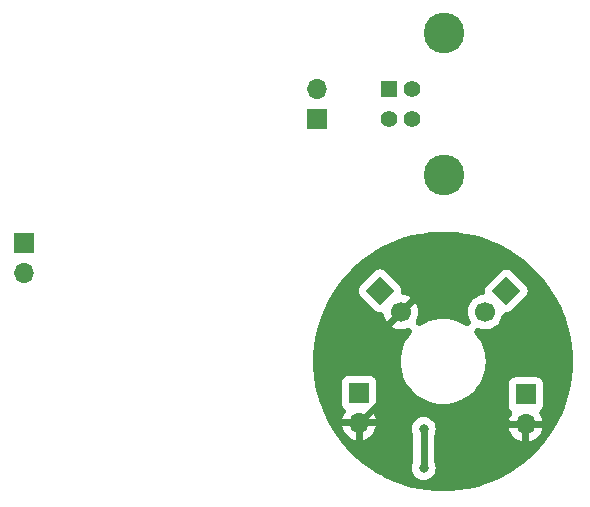
<source format=gbl>
%TF.GenerationSoftware,KiCad,Pcbnew,7.0.5*%
%TF.CreationDate,2024-02-12T20:36:51+02:00*%
%TF.ProjectId,Desk Lamp,4465736b-204c-4616-9d70-2e6b69636164,rev?*%
%TF.SameCoordinates,Original*%
%TF.FileFunction,Copper,L2,Bot*%
%TF.FilePolarity,Positive*%
%FSLAX46Y46*%
G04 Gerber Fmt 4.6, Leading zero omitted, Abs format (unit mm)*
G04 Created by KiCad (PCBNEW 7.0.5) date 2024-02-12 20:36:51*
%MOMM*%
%LPD*%
G01*
G04 APERTURE LIST*
G04 Aperture macros list*
%AMHorizOval*
0 Thick line with rounded ends*
0 $1 width*
0 $2 $3 position (X,Y) of the first rounded end (center of the circle)*
0 $4 $5 position (X,Y) of the second rounded end (center of the circle)*
0 Add line between two ends*
20,1,$1,$2,$3,$4,$5,0*
0 Add two circle primitives to create the rounded ends*
1,1,$1,$2,$3*
1,1,$1,$4,$5*%
%AMRotRect*
0 Rectangle, with rotation*
0 The origin of the aperture is its center*
0 $1 length*
0 $2 width*
0 $3 Rotation angle, in degrees counterclockwise*
0 Add horizontal line*
21,1,$1,$2,0,0,$3*%
G04 Aperture macros list end*
%TA.AperFunction,ComponentPad*%
%ADD10R,1.700000X1.700000*%
%TD*%
%TA.AperFunction,ComponentPad*%
%ADD11O,1.700000X1.700000*%
%TD*%
%TA.AperFunction,ComponentPad*%
%ADD12RotRect,1.700000X1.700000X45.000000*%
%TD*%
%TA.AperFunction,ComponentPad*%
%ADD13HorizOval,1.700000X0.000000X0.000000X0.000000X0.000000X0*%
%TD*%
%TA.AperFunction,ComponentPad*%
%ADD14RotRect,1.700000X1.700000X315.000000*%
%TD*%
%TA.AperFunction,ComponentPad*%
%ADD15HorizOval,1.700000X0.000000X0.000000X0.000000X0.000000X0*%
%TD*%
%TA.AperFunction,ComponentPad*%
%ADD16R,1.400000X1.400000*%
%TD*%
%TA.AperFunction,ComponentPad*%
%ADD17C,1.400000*%
%TD*%
%TA.AperFunction,ComponentPad*%
%ADD18C,3.450000*%
%TD*%
%TA.AperFunction,ViaPad*%
%ADD19C,0.800000*%
%TD*%
%TA.AperFunction,Conductor*%
%ADD20C,0.600000*%
%TD*%
G04 APERTURE END LIST*
D10*
%TO.P,J_{Battery+}1,1,Pin_1*%
%TO.N,/3.7V*%
X129336973Y-114853000D03*
D11*
%TO.P,J_{Battery+}1,2,Pin_2*%
%TO.N,/GND*%
X129336973Y-117393000D03*
%TD*%
D10*
%TO.P,J_{VUSB+}1,1,Pin_1*%
%TO.N,/5V*%
X115241973Y-114721000D03*
D11*
%TO.P,J_{VUSB+}1,2,Pin_2*%
%TO.N,/GND*%
X115241973Y-117261000D03*
%TD*%
D12*
%TO.P,J_{VOUT}1,1,Pin_1*%
%TO.N,Net-(J_{Switch}1-Pin_1)*%
X117005412Y-106077439D03*
D13*
%TO.P,J_{VOUT}1,2,Pin_2*%
%TO.N,/GND*%
X118801463Y-107873490D03*
%TD*%
D14*
%TO.P,J_{Switch}1,1,Pin_1*%
%TO.N,Net-(J_{Switch}1-Pin_1)*%
X127698535Y-106077439D03*
D15*
%TO.P,J_{Switch}1,2,Pin_2*%
%TO.N,/3.7V*%
X125902484Y-107873490D03*
%TD*%
D16*
%TO.P,J2,1,VBUS*%
%TO.N,Net-(J2-VBUS)*%
X117728000Y-88996000D03*
D17*
%TO.P,J2,2,D-*%
%TO.N,unconnected-(J2-D--Pad2)*%
X117728000Y-91496000D03*
%TO.P,J2,3,D+*%
%TO.N,unconnected-(J2-D+-Pad3)*%
X119728000Y-91496000D03*
%TO.P,J2,4,GND*%
%TO.N,Net-(J2-GND)*%
X119728000Y-88996000D03*
D18*
%TO.P,J2,MH1,MH1*%
%TO.N,unconnected-(J2-PadMH1)*%
X122428000Y-84226000D03*
%TO.P,J2,MH2,MH2*%
%TO.N,unconnected-(J2-PadMH2)*%
X122428000Y-96266000D03*
%TD*%
D10*
%TO.P,J_{VIN}1,1,Pin_1*%
%TO.N,Net-(IC1-15VIn)*%
X86873523Y-101997424D03*
D11*
%TO.P,J_{VIN}1,2,Pin_2*%
%TO.N,Net-(IC1-GND)*%
X86873523Y-104537424D03*
%TD*%
D10*
%TO.P,J5,1,Pin_1*%
%TO.N,Net-(J2-VBUS)*%
X111710576Y-91521523D03*
D11*
%TO.P,J5,2,Pin_2*%
%TO.N,Net-(J2-GND)*%
X111710576Y-88981523D03*
%TD*%
D19*
%TO.N,/GND*%
X117268959Y-115234000D03*
X125782977Y-115234004D03*
%TO.N,/5V*%
X120700973Y-121076000D03*
X120700973Y-117774000D03*
%TD*%
D20*
%TO.N,/GND*%
X115241973Y-117261000D02*
X117268959Y-115234014D01*
X127936973Y-117388000D02*
X125782977Y-115234004D01*
X129338973Y-117388000D02*
X127936973Y-117388000D01*
X117268959Y-115234014D02*
X117268959Y-115234000D01*
%TO.N,/5V*%
X120700973Y-121076000D02*
X120700973Y-117774000D01*
%TD*%
%TA.AperFunction,Conductor*%
%TO.N,/GND*%
G36*
X122771793Y-101072185D02*
G01*
X123011597Y-101079432D01*
X123020592Y-101079975D01*
X123581730Y-101130967D01*
X123673314Y-101139290D01*
X123682262Y-101140375D01*
X124330234Y-101238995D01*
X124339085Y-101240616D01*
X124920171Y-101365353D01*
X124979900Y-101378175D01*
X124988662Y-101380333D01*
X125620014Y-101556337D01*
X125628621Y-101559019D01*
X126248186Y-101772818D01*
X126256613Y-101776013D01*
X126862156Y-102026838D01*
X126870345Y-102030523D01*
X127459645Y-102317453D01*
X127467621Y-102321640D01*
X127670758Y-102436210D01*
X128038505Y-102643620D01*
X128046214Y-102648280D01*
X128596622Y-103004146D01*
X128604041Y-103009267D01*
X129131931Y-103397696D01*
X129139041Y-103403266D01*
X129642521Y-103822864D01*
X129649282Y-103828854D01*
X130126503Y-104278082D01*
X130132890Y-104284469D01*
X130582118Y-104761690D01*
X130588108Y-104768451D01*
X131007706Y-105271931D01*
X131013276Y-105279041D01*
X131401705Y-105806931D01*
X131406831Y-105814357D01*
X131678281Y-106234202D01*
X131762686Y-106364749D01*
X131767359Y-106372479D01*
X132089332Y-106943351D01*
X132093525Y-106951340D01*
X132380442Y-107540612D01*
X132384141Y-107548831D01*
X132617848Y-108113051D01*
X132634951Y-108154340D01*
X132638154Y-108162786D01*
X132851953Y-108782351D01*
X132854640Y-108790974D01*
X133030636Y-109422301D01*
X133032797Y-109431072D01*
X133170350Y-110071859D01*
X133171978Y-110080744D01*
X133270594Y-110728691D01*
X133271682Y-110737658D01*
X133330995Y-111390358D01*
X133331540Y-111399375D01*
X133351336Y-112054484D01*
X133351336Y-112063516D01*
X133331540Y-112718624D01*
X133330995Y-112727641D01*
X133271682Y-113380341D01*
X133270594Y-113389308D01*
X133171978Y-114037255D01*
X133170350Y-114046140D01*
X133032797Y-114686927D01*
X133030636Y-114695698D01*
X132854640Y-115327025D01*
X132851953Y-115335648D01*
X132638154Y-115955213D01*
X132634951Y-115963659D01*
X132384141Y-116569168D01*
X132380436Y-116577399D01*
X132254500Y-116836048D01*
X132093530Y-117166650D01*
X132089332Y-117174648D01*
X131767359Y-117745520D01*
X131762686Y-117753250D01*
X131406836Y-118303635D01*
X131401705Y-118311068D01*
X131013276Y-118838958D01*
X131007706Y-118846068D01*
X130588108Y-119349548D01*
X130582118Y-119356309D01*
X130132890Y-119833530D01*
X130126503Y-119839917D01*
X129649282Y-120289145D01*
X129642521Y-120295135D01*
X129139041Y-120714733D01*
X129131931Y-120720303D01*
X128604041Y-121108732D01*
X128596608Y-121113863D01*
X128046223Y-121469713D01*
X128038493Y-121474386D01*
X127467621Y-121796359D01*
X127459623Y-121800557D01*
X126922619Y-122062025D01*
X126870378Y-122087461D01*
X126862141Y-122091168D01*
X126256632Y-122341978D01*
X126248186Y-122345181D01*
X125628621Y-122558980D01*
X125619998Y-122561667D01*
X124988671Y-122737663D01*
X124979900Y-122739824D01*
X124339113Y-122877377D01*
X124330228Y-122879005D01*
X123682281Y-122977621D01*
X123673314Y-122978709D01*
X123020614Y-123038022D01*
X123011597Y-123038567D01*
X122356490Y-123058363D01*
X122347457Y-123058363D01*
X121692348Y-123038567D01*
X121683331Y-123038022D01*
X121030631Y-122978709D01*
X121021664Y-122977621D01*
X120373717Y-122879005D01*
X120364832Y-122877377D01*
X119724045Y-122739824D01*
X119715274Y-122737663D01*
X119083947Y-122561667D01*
X119075324Y-122558980D01*
X118455759Y-122345181D01*
X118447313Y-122341978D01*
X117841804Y-122091168D01*
X117833585Y-122087469D01*
X117244313Y-121800552D01*
X117236324Y-121796359D01*
X116665452Y-121474386D01*
X116657722Y-121469713D01*
X116352116Y-121272124D01*
X116107330Y-121113858D01*
X116099904Y-121108732D01*
X116055425Y-121076004D01*
X119695632Y-121076004D01*
X119714947Y-121272124D01*
X119714948Y-121272130D01*
X119772158Y-121460724D01*
X119772161Y-121460733D01*
X119865059Y-121634532D01*
X119865061Y-121634534D01*
X119865063Y-121634538D01*
X119990090Y-121786883D01*
X120142435Y-121911910D01*
X120142438Y-121911912D01*
X120142440Y-121911913D01*
X120316239Y-122004811D01*
X120316242Y-122004812D01*
X120316246Y-122004814D01*
X120504841Y-122062024D01*
X120504843Y-122062024D01*
X120504848Y-122062025D01*
X120700969Y-122081341D01*
X120700973Y-122081341D01*
X120700977Y-122081341D01*
X120897097Y-122062025D01*
X120897100Y-122062024D01*
X120897105Y-122062024D01*
X121085700Y-122004814D01*
X121259511Y-121911910D01*
X121411856Y-121786883D01*
X121536883Y-121634538D01*
X121583334Y-121547632D01*
X121629784Y-121460733D01*
X121629784Y-121460731D01*
X121629787Y-121460727D01*
X121686997Y-121272132D01*
X121686998Y-121272124D01*
X121706314Y-121076004D01*
X121706314Y-121075995D01*
X121686998Y-120879875D01*
X121686997Y-120879869D01*
X121638593Y-120720303D01*
X121629787Y-120691273D01*
X121629786Y-120691271D01*
X121624231Y-120677859D01*
X121601553Y-120570343D01*
X121601473Y-120563441D01*
X121601473Y-118286556D01*
X121621664Y-118178545D01*
X121624236Y-118172127D01*
X121629780Y-118158738D01*
X121629787Y-118158727D01*
X121686997Y-117970132D01*
X121696103Y-117877680D01*
X121706314Y-117774004D01*
X121706314Y-117773995D01*
X121686998Y-117577875D01*
X121686997Y-117577869D01*
X121652725Y-117464889D01*
X121629787Y-117389273D01*
X121629785Y-117389269D01*
X121629784Y-117389266D01*
X121536886Y-117215467D01*
X121536885Y-117215465D01*
X121536883Y-117215462D01*
X121411856Y-117063117D01*
X121259511Y-116938090D01*
X121259507Y-116938088D01*
X121259505Y-116938086D01*
X121085706Y-116845188D01*
X121085697Y-116845185D01*
X120897103Y-116787975D01*
X120897097Y-116787974D01*
X120700977Y-116768659D01*
X120700969Y-116768659D01*
X120504848Y-116787974D01*
X120504842Y-116787975D01*
X120316248Y-116845185D01*
X120316239Y-116845188D01*
X120142440Y-116938086D01*
X120142435Y-116938090D01*
X119990090Y-117063117D01*
X119865063Y-117215462D01*
X119865059Y-117215467D01*
X119772161Y-117389266D01*
X119772158Y-117389275D01*
X119714948Y-117577869D01*
X119714947Y-117577875D01*
X119695632Y-117773995D01*
X119695632Y-117774004D01*
X119714947Y-117970124D01*
X119714948Y-117970130D01*
X119772160Y-118158731D01*
X119777714Y-118172139D01*
X119800392Y-118279656D01*
X119800472Y-118286556D01*
X119800472Y-120563444D01*
X119780281Y-120671455D01*
X119777714Y-120677861D01*
X119772160Y-120691268D01*
X119714948Y-120879869D01*
X119714947Y-120879875D01*
X119695632Y-121075995D01*
X119695632Y-121076004D01*
X116055425Y-121076004D01*
X115572014Y-120720303D01*
X115564904Y-120714733D01*
X115061424Y-120295135D01*
X115054663Y-120289145D01*
X114577442Y-119839917D01*
X114571055Y-119833530D01*
X114121827Y-119356309D01*
X114115837Y-119349548D01*
X113696239Y-118846068D01*
X113690669Y-118838958D01*
X113509999Y-118593421D01*
X113302234Y-118311060D01*
X113297119Y-118303649D01*
X112941253Y-117753241D01*
X112936593Y-117745532D01*
X112622770Y-117189111D01*
X112614613Y-117174648D01*
X112610426Y-117166672D01*
X112323496Y-116577372D01*
X112319811Y-116569183D01*
X112068986Y-115963640D01*
X112065791Y-115955213D01*
X111946788Y-115610357D01*
X113791473Y-115610357D01*
X113806928Y-115727761D01*
X113831991Y-115788268D01*
X113867437Y-115873841D01*
X113867439Y-115873844D01*
X113867441Y-115873847D01*
X113963689Y-115999280D01*
X113963691Y-115999282D01*
X113972239Y-116005841D01*
X113990637Y-116019958D01*
X114064036Y-116101730D01*
X114102940Y-116204494D01*
X114102094Y-116314373D01*
X114061612Y-116416527D01*
X114058930Y-116420709D01*
X113962368Y-116568507D01*
X113865837Y-116788572D01*
X113822174Y-116960999D01*
X113822175Y-116961000D01*
X114840419Y-116961000D01*
X114782480Y-117051156D01*
X114741973Y-117189111D01*
X114741973Y-117332889D01*
X114782480Y-117470844D01*
X114840419Y-117561000D01*
X113822174Y-117561000D01*
X113865837Y-117733427D01*
X113962368Y-117953492D01*
X114093797Y-118154659D01*
X114256546Y-118331452D01*
X114256549Y-118331455D01*
X114446180Y-118479051D01*
X114657517Y-118593421D01*
X114884799Y-118671446D01*
X114884797Y-118671446D01*
X114941973Y-118680986D01*
X114941973Y-117662643D01*
X114968873Y-117685952D01*
X115099658Y-117745680D01*
X115206210Y-117761000D01*
X115277736Y-117761000D01*
X115384288Y-117745680D01*
X115515073Y-117685952D01*
X115541973Y-117662643D01*
X115541973Y-118680986D01*
X115599147Y-118671446D01*
X115826428Y-118593421D01*
X116037765Y-118479051D01*
X116227396Y-118331455D01*
X116227399Y-118331452D01*
X116390148Y-118154659D01*
X116521577Y-117953492D01*
X116618108Y-117733427D01*
X116661772Y-117561000D01*
X115643527Y-117561000D01*
X115701466Y-117470844D01*
X115741973Y-117332889D01*
X115741973Y-117189111D01*
X115701466Y-117051156D01*
X115643527Y-116961000D01*
X116661771Y-116961000D01*
X116661771Y-116960999D01*
X116618108Y-116788572D01*
X116521576Y-116568505D01*
X116425016Y-116420710D01*
X116382842Y-116319243D01*
X116380170Y-116209394D01*
X116417360Y-116105996D01*
X116489391Y-116023016D01*
X116493250Y-116020003D01*
X116520255Y-115999282D01*
X116616509Y-115873841D01*
X116670972Y-115742357D01*
X127886473Y-115742357D01*
X127901928Y-115859761D01*
X127907763Y-115873847D01*
X127962437Y-116005841D01*
X127962439Y-116005844D01*
X127962441Y-116005847D01*
X128031262Y-116095536D01*
X128058691Y-116131282D01*
X128085634Y-116151956D01*
X128085637Y-116151958D01*
X128159036Y-116233730D01*
X128197940Y-116336494D01*
X128197094Y-116446373D01*
X128156612Y-116548527D01*
X128153930Y-116552709D01*
X128057368Y-116700507D01*
X127960837Y-116920572D01*
X127917174Y-117092999D01*
X127917175Y-117093000D01*
X128935419Y-117093000D01*
X128877480Y-117183156D01*
X128836973Y-117321111D01*
X128836973Y-117464889D01*
X128877480Y-117602844D01*
X128935419Y-117693000D01*
X127917174Y-117693000D01*
X127960837Y-117865427D01*
X128057368Y-118085492D01*
X128188797Y-118286659D01*
X128351546Y-118463452D01*
X128351549Y-118463455D01*
X128541180Y-118611051D01*
X128752517Y-118725421D01*
X128979799Y-118803446D01*
X128979797Y-118803446D01*
X129036973Y-118812986D01*
X129036973Y-117794643D01*
X129063873Y-117817952D01*
X129194658Y-117877680D01*
X129301210Y-117893000D01*
X129372736Y-117893000D01*
X129479288Y-117877680D01*
X129610073Y-117817952D01*
X129636972Y-117794643D01*
X129636972Y-118812986D01*
X129694147Y-118803446D01*
X129921428Y-118725421D01*
X130132765Y-118611051D01*
X130322396Y-118463455D01*
X130322399Y-118463452D01*
X130485148Y-118286659D01*
X130616577Y-118085492D01*
X130713108Y-117865427D01*
X130756772Y-117693000D01*
X129738527Y-117693000D01*
X129796466Y-117602844D01*
X129836973Y-117464889D01*
X129836973Y-117321111D01*
X129796466Y-117183156D01*
X129738527Y-117093000D01*
X130756771Y-117093000D01*
X130756771Y-117092999D01*
X130713108Y-116920572D01*
X130616576Y-116700505D01*
X130520016Y-116552710D01*
X130477842Y-116451243D01*
X130475170Y-116341394D01*
X130512360Y-116237996D01*
X130584391Y-116155016D01*
X130588250Y-116152003D01*
X130615255Y-116131282D01*
X130711509Y-116005841D01*
X130772017Y-115859762D01*
X130787473Y-115742361D01*
X130787472Y-113963640D01*
X130772017Y-113846238D01*
X130711509Y-113700159D01*
X130615255Y-113574718D01*
X130615253Y-113574716D01*
X130489820Y-113478468D01*
X130489809Y-113478461D01*
X130343739Y-113417957D01*
X130343736Y-113417956D01*
X130226336Y-113402500D01*
X128447615Y-113402500D01*
X128330211Y-113417955D01*
X128226918Y-113460741D01*
X128184132Y-113478464D01*
X128184130Y-113478465D01*
X128184125Y-113478468D01*
X128058692Y-113574716D01*
X128058689Y-113574719D01*
X127962441Y-113700152D01*
X127962434Y-113700163D01*
X127901930Y-113846233D01*
X127901929Y-113846236D01*
X127886473Y-113963636D01*
X127886473Y-115742357D01*
X116670972Y-115742357D01*
X116677017Y-115727762D01*
X116692473Y-115610361D01*
X116692472Y-113831640D01*
X116677017Y-113714238D01*
X116616509Y-113568159D01*
X116547681Y-113478461D01*
X116520256Y-113442719D01*
X116520253Y-113442716D01*
X116394820Y-113346468D01*
X116394809Y-113346461D01*
X116248739Y-113285957D01*
X116248736Y-113285956D01*
X116131336Y-113270500D01*
X114352615Y-113270500D01*
X114235211Y-113285955D01*
X114131918Y-113328741D01*
X114089132Y-113346464D01*
X114089130Y-113346465D01*
X114089125Y-113346468D01*
X113963692Y-113442716D01*
X113963689Y-113442719D01*
X113867441Y-113568152D01*
X113867434Y-113568163D01*
X113806930Y-113714233D01*
X113806929Y-113714236D01*
X113791473Y-113831636D01*
X113791473Y-115610357D01*
X111946788Y-115610357D01*
X111851992Y-115335648D01*
X111849310Y-115327041D01*
X111673306Y-114695689D01*
X111671148Y-114686927D01*
X111622990Y-114462582D01*
X111533589Y-114046112D01*
X111531967Y-114037255D01*
X111433348Y-113389289D01*
X111432263Y-113380341D01*
X111413060Y-113169021D01*
X111372948Y-112727619D01*
X111372405Y-112718624D01*
X111352609Y-112063516D01*
X111352609Y-112054484D01*
X111372405Y-111399375D01*
X111372948Y-111390382D01*
X111432262Y-110737658D01*
X111433348Y-110728714D01*
X111531969Y-110080732D01*
X111533588Y-110071893D01*
X111671148Y-109431068D01*
X111673304Y-109422317D01*
X111849312Y-108790948D01*
X111851992Y-108782351D01*
X111853683Y-108777453D01*
X112065794Y-108162777D01*
X112068982Y-108154370D01*
X112319816Y-107548803D01*
X112323490Y-107540639D01*
X112610433Y-106951313D01*
X112614613Y-106943351D01*
X112936602Y-106372452D01*
X112941244Y-106364772D01*
X113127019Y-106077439D01*
X115197648Y-106077439D01*
X115218286Y-106234200D01*
X115218287Y-106234202D01*
X115273932Y-106368543D01*
X115278795Y-106380282D01*
X115350876Y-106474220D01*
X115350879Y-106474223D01*
X115350880Y-106474224D01*
X116608627Y-107731969D01*
X116702571Y-107804057D01*
X116848650Y-107864564D01*
X117005412Y-107885203D01*
X117035268Y-107881272D01*
X117144987Y-107887191D01*
X117245163Y-107932346D01*
X117322261Y-108010640D01*
X117364146Y-108104314D01*
X117425329Y-108345921D01*
X117521852Y-108565971D01*
X117521857Y-108565981D01*
X117586208Y-108664479D01*
X117586209Y-108664479D01*
X118302336Y-107948352D01*
X118341970Y-108083334D01*
X118419702Y-108204288D01*
X118528363Y-108298442D01*
X118659148Y-108358170D01*
X118730751Y-108368465D01*
X118006971Y-109092245D01*
X118217003Y-109205909D01*
X118444288Y-109283936D01*
X118681317Y-109323490D01*
X118921609Y-109323490D01*
X119158642Y-109283935D01*
X119316348Y-109229795D01*
X119425062Y-109213820D01*
X119532207Y-109238197D01*
X119623310Y-109299632D01*
X119686068Y-109389829D01*
X119712005Y-109496606D01*
X119697619Y-109605543D01*
X119645800Y-109700761D01*
X119445900Y-109947616D01*
X119241116Y-110262956D01*
X119070426Y-110597955D01*
X118935681Y-110948980D01*
X118838366Y-111312162D01*
X118779550Y-111683515D01*
X118779549Y-111683522D01*
X118759871Y-112058995D01*
X118759871Y-112059004D01*
X118779549Y-112434477D01*
X118779550Y-112434484D01*
X118838366Y-112805837D01*
X118838367Y-112805840D01*
X118935681Y-113169021D01*
X118980569Y-113285957D01*
X119070426Y-113520044D01*
X119241116Y-113855043D01*
X119241120Y-113855049D01*
X119241121Y-113855051D01*
X119365215Y-114046140D01*
X119445900Y-114170383D01*
X119445909Y-114170395D01*
X119682518Y-114462582D01*
X119682521Y-114462585D01*
X119948388Y-114728452D01*
X120240588Y-114965072D01*
X120555922Y-115169852D01*
X120555925Y-115169853D01*
X120555929Y-115169856D01*
X120890928Y-115340546D01*
X120890932Y-115340547D01*
X120890933Y-115340548D01*
X121241952Y-115475292D01*
X121605133Y-115572606D01*
X121976496Y-115631424D01*
X122283951Y-115647537D01*
X122351969Y-115651102D01*
X122351973Y-115651102D01*
X122351977Y-115651102D01*
X122417047Y-115647691D01*
X122727450Y-115631424D01*
X123098813Y-115572606D01*
X123461994Y-115475292D01*
X123813013Y-115340548D01*
X123830997Y-115331385D01*
X124148016Y-115169856D01*
X124148015Y-115169856D01*
X124148024Y-115169852D01*
X124463358Y-114965072D01*
X124755558Y-114728452D01*
X125021425Y-114462585D01*
X125258045Y-114170385D01*
X125462825Y-113855051D01*
X125633521Y-113520040D01*
X125768265Y-113169021D01*
X125865579Y-112805840D01*
X125924397Y-112434477D01*
X125940664Y-112124074D01*
X125944075Y-112059004D01*
X125944075Y-112058995D01*
X125939811Y-111977657D01*
X125924397Y-111683523D01*
X125865579Y-111312160D01*
X125768265Y-110948979D01*
X125633521Y-110597960D01*
X125633520Y-110597959D01*
X125633519Y-110597955D01*
X125462829Y-110262956D01*
X125462826Y-110262952D01*
X125462825Y-110262949D01*
X125258045Y-109947615D01*
X125231340Y-109914637D01*
X125058739Y-109701493D01*
X125006456Y-109604846D01*
X124992617Y-109495839D01*
X125019090Y-109389194D01*
X125082300Y-109299313D01*
X125173711Y-109238336D01*
X125280976Y-109214498D01*
X125388188Y-109230526D01*
X125545187Y-109284424D01*
X125636323Y-109299632D01*
X125782289Y-109323990D01*
X126022676Y-109323990D01*
X126022679Y-109323990D01*
X126200504Y-109294315D01*
X126259781Y-109284424D01*
X126487140Y-109206372D01*
X126698551Y-109091962D01*
X126888248Y-108944315D01*
X127051055Y-108767459D01*
X127182533Y-108566218D01*
X127279094Y-108346081D01*
X127338104Y-108113053D01*
X127338104Y-108113051D01*
X127340300Y-108104381D01*
X127386388Y-108004631D01*
X127465397Y-107928266D01*
X127566658Y-107885599D01*
X127669178Y-107881338D01*
X127698535Y-107885203D01*
X127855297Y-107864564D01*
X128001376Y-107804057D01*
X128095320Y-107731971D01*
X129353065Y-106474224D01*
X129425153Y-106380280D01*
X129485660Y-106234201D01*
X129506299Y-106077439D01*
X129485660Y-105920677D01*
X129425153Y-105774598D01*
X129425151Y-105774595D01*
X129353070Y-105680657D01*
X128095319Y-104422908D01*
X128064005Y-104398879D01*
X128001376Y-104350821D01*
X127979986Y-104341961D01*
X127855298Y-104290314D01*
X127753571Y-104276921D01*
X127698535Y-104269675D01*
X127698534Y-104269675D01*
X127541773Y-104290313D01*
X127395691Y-104350822D01*
X127301753Y-104422903D01*
X126044004Y-105680654D01*
X125971919Y-105774595D01*
X125971915Y-105774602D01*
X125911410Y-105920675D01*
X125911410Y-105920676D01*
X125890771Y-106077440D01*
X125895248Y-106111446D01*
X125889328Y-106221168D01*
X125844172Y-106321343D01*
X125765877Y-106398441D01*
X125665019Y-106442049D01*
X125648022Y-106445395D01*
X125545185Y-106462555D01*
X125317828Y-106540607D01*
X125106422Y-106655014D01*
X125106412Y-106655021D01*
X124916725Y-106802660D01*
X124916717Y-106802667D01*
X124753912Y-106979521D01*
X124753908Y-106979526D01*
X124622432Y-107180766D01*
X124525875Y-107400895D01*
X124466863Y-107633928D01*
X124466863Y-107633929D01*
X124452766Y-107804057D01*
X124447013Y-107873490D01*
X124447984Y-107885203D01*
X124466863Y-108113050D01*
X124466863Y-108113051D01*
X124506550Y-108269774D01*
X124525833Y-108345921D01*
X124525875Y-108346084D01*
X124622432Y-108566213D01*
X124630841Y-108579084D01*
X124673014Y-108680551D01*
X124675686Y-108790401D01*
X124638494Y-108893797D01*
X124566463Y-108976777D01*
X124469321Y-109028133D01*
X124360186Y-109040928D01*
X124253799Y-109013436D01*
X124217682Y-108993384D01*
X124148023Y-108948147D01*
X124148018Y-108948144D01*
X123813017Y-108777453D01*
X123668786Y-108722088D01*
X123461994Y-108642708D01*
X123175645Y-108565981D01*
X123098810Y-108545393D01*
X122727457Y-108486577D01*
X122727450Y-108486576D01*
X122351977Y-108466898D01*
X122351969Y-108466898D01*
X121976495Y-108486576D01*
X121976488Y-108486577D01*
X121605135Y-108545393D01*
X121476918Y-108579749D01*
X121241952Y-108642708D01*
X121185237Y-108664479D01*
X120890928Y-108777453D01*
X120555927Y-108948144D01*
X120485226Y-108994058D01*
X120383643Y-109035951D01*
X120273786Y-109038319D01*
X120170493Y-109000842D01*
X120087712Y-108928582D01*
X120036625Y-108831298D01*
X120024131Y-108722128D01*
X120051917Y-108615817D01*
X120072073Y-108579749D01*
X120081067Y-108565982D01*
X120177597Y-108345918D01*
X120236588Y-108112968D01*
X120236588Y-108112967D01*
X120256431Y-107873489D01*
X120236588Y-107634012D01*
X120236588Y-107634011D01*
X120177597Y-107401061D01*
X120081065Y-107180992D01*
X120016716Y-107082500D01*
X120016715Y-107082500D01*
X119300589Y-107798626D01*
X119260956Y-107663646D01*
X119183224Y-107542692D01*
X119074563Y-107448538D01*
X118943778Y-107388810D01*
X118872173Y-107378514D01*
X119595953Y-106654733D01*
X119385916Y-106541067D01*
X119158644Y-106463045D01*
X119055858Y-106445892D01*
X118952644Y-106408197D01*
X118870016Y-106335762D01*
X118819134Y-106238371D01*
X118806870Y-106129175D01*
X118808630Y-106111962D01*
X118813176Y-106077439D01*
X118792537Y-105920677D01*
X118732030Y-105774598D01*
X118732028Y-105774595D01*
X118659947Y-105680657D01*
X117402196Y-104422908D01*
X117370882Y-104398879D01*
X117308253Y-104350821D01*
X117286863Y-104341961D01*
X117162175Y-104290314D01*
X117005412Y-104269675D01*
X116848650Y-104290313D01*
X116702568Y-104350822D01*
X116608630Y-104422903D01*
X115350881Y-105680654D01*
X115278796Y-105774595D01*
X115278792Y-105774602D01*
X115218287Y-105920675D01*
X115218287Y-105920676D01*
X115197648Y-106077439D01*
X113127019Y-106077439D01*
X113297129Y-105814334D01*
X113302223Y-105806955D01*
X113690679Y-105279027D01*
X113696225Y-105271948D01*
X114115853Y-104768432D01*
X114121812Y-104761706D01*
X114571054Y-104284469D01*
X114577442Y-104278082D01*
X114586373Y-104269675D01*
X115054679Y-103828839D01*
X115061405Y-103822880D01*
X115564921Y-103403252D01*
X115572000Y-103397706D01*
X116099928Y-103009250D01*
X116107307Y-103004156D01*
X116657745Y-102648271D01*
X116665425Y-102643629D01*
X117236331Y-102321636D01*
X117244286Y-102317460D01*
X117833612Y-102030517D01*
X117841776Y-102026843D01*
X118447343Y-101776009D01*
X118455750Y-101772821D01*
X119075336Y-101559015D01*
X119083921Y-101556339D01*
X119715290Y-101380331D01*
X119724041Y-101378175D01*
X120364866Y-101240615D01*
X120373705Y-101238996D01*
X121021687Y-101140375D01*
X121030631Y-101139290D01*
X121043958Y-101138078D01*
X121683355Y-101079975D01*
X121692348Y-101079432D01*
X121886736Y-101073558D01*
X122347472Y-101059636D01*
X122356474Y-101059636D01*
X122771793Y-101072185D01*
G37*
%TD.AperFunction*%
%TD*%
M02*

</source>
